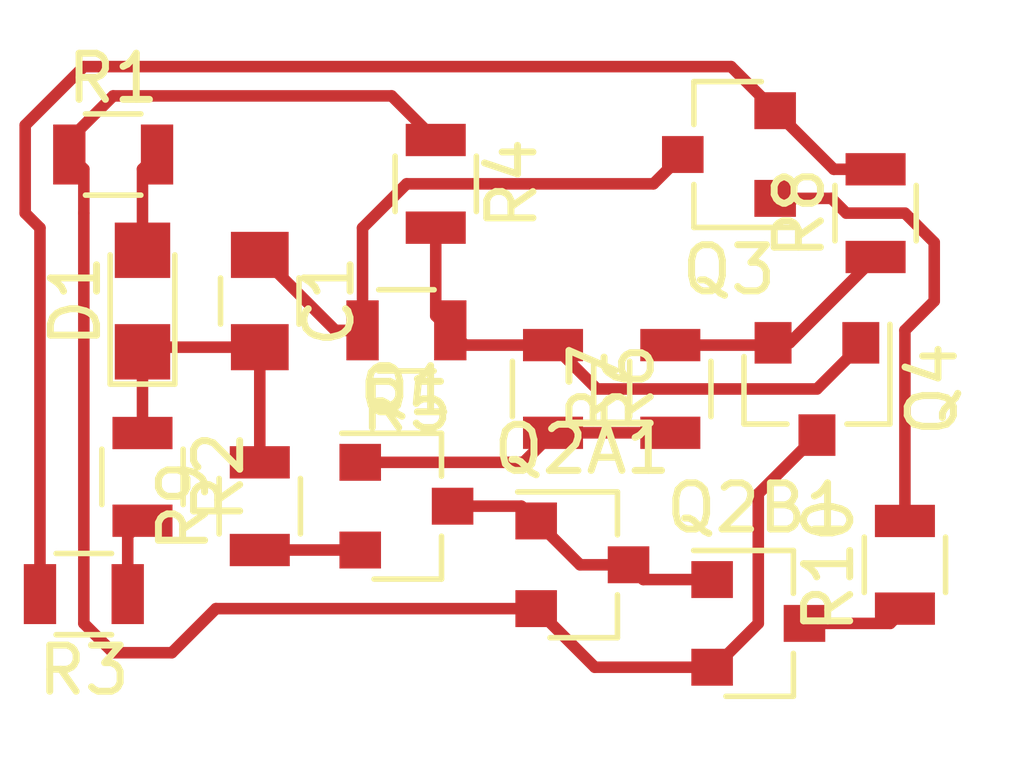
<source format=kicad_pcb>
(kicad_pcb (version 4) (host pcbnew 4.0.7)

  (general
    (links 26)
    (no_connects 0)
    (area 119.689999 94.53 147.010002 123.175476)
    (thickness 1.6)
    (drawings 0)
    (tracks 74)
    (zones 0)
    (modules 17)
    (nets 14)
  )

  (page A4)
  (layers
    (0 F.Cu signal)
    (31 B.Cu signal)
    (32 B.Adhes user)
    (33 F.Adhes user)
    (34 B.Paste user)
    (35 F.Paste user)
    (36 B.SilkS user)
    (37 F.SilkS user)
    (38 B.Mask user)
    (39 F.Mask user)
    (40 Dwgs.User user)
    (41 Cmts.User user)
    (42 Eco1.User user)
    (43 Eco2.User user)
    (44 Edge.Cuts user)
    (45 Margin user)
    (46 B.CrtYd user)
    (47 F.CrtYd user)
    (48 B.Fab user)
    (49 F.Fab user)
  )

  (setup
    (last_trace_width 0.25)
    (trace_clearance 0.2)
    (zone_clearance 0.508)
    (zone_45_only no)
    (trace_min 0.2)
    (segment_width 0.2)
    (edge_width 0.15)
    (via_size 0.6)
    (via_drill 0.4)
    (via_min_size 0.4)
    (via_min_drill 0.3)
    (uvia_size 0.3)
    (uvia_drill 0.1)
    (uvias_allowed no)
    (uvia_min_size 0.2)
    (uvia_min_drill 0.1)
    (pcb_text_width 0.3)
    (pcb_text_size 1.5 1.5)
    (mod_edge_width 0.15)
    (mod_text_size 1 1)
    (mod_text_width 0.15)
    (pad_size 1.524 1.524)
    (pad_drill 0.762)
    (pad_to_mask_clearance 0.2)
    (aux_axis_origin 0 0)
    (visible_elements 7FFFFFFF)
    (pcbplotparams
      (layerselection 0x00030_80000001)
      (usegerberextensions false)
      (excludeedgelayer true)
      (linewidth 0.100000)
      (plotframeref false)
      (viasonmask false)
      (mode 1)
      (useauxorigin false)
      (hpglpennumber 1)
      (hpglpenspeed 20)
      (hpglpendiameter 15)
      (hpglpenoverlay 2)
      (psnegative false)
      (psa4output false)
      (plotreference true)
      (plotvalue true)
      (plotinvisibletext false)
      (padsonsilk false)
      (subtractmaskfromsilk false)
      (outputformat 1)
      (mirror false)
      (drillshape 1)
      (scaleselection 1)
      (outputdirectory ""))
  )

  (net 0 "")
  (net 1 "Net-(C1-Pad1)")
  (net 2 "Net-(C1-Pad2)")
  (net 3 "Net-(D1-Pad2)")
  (net 4 "Net-(Q1-Pad2)")
  (net 5 "Net-(Q1-Pad3)")
  (net 6 "Net-(Q1-Pad1)")
  (net 7 "Net-(BT1-Pad1)")
  (net 8 "Net-(Q2B1-Pad3)")
  (net 9 "Net-(BT1-Pad2)")
  (net 10 "Net-(Q4-Pad2)")
  (net 11 "Net-(Q4-Pad1)")
  (net 12 "Net-(R2-Pad2)")
  (net 13 "Net-(Q3-Pad1)")

  (net_class Default "This is the default net class."
    (clearance 0.2)
    (trace_width 0.25)
    (via_dia 0.6)
    (via_drill 0.4)
    (uvia_dia 0.3)
    (uvia_drill 0.1)
    (add_net "Net-(BT1-Pad1)")
    (add_net "Net-(BT1-Pad2)")
    (add_net "Net-(C1-Pad1)")
    (add_net "Net-(C1-Pad2)")
    (add_net "Net-(D1-Pad2)")
    (add_net "Net-(Q1-Pad1)")
    (add_net "Net-(Q1-Pad2)")
    (add_net "Net-(Q1-Pad3)")
    (add_net "Net-(Q2B1-Pad3)")
    (add_net "Net-(Q3-Pad1)")
    (add_net "Net-(Q4-Pad1)")
    (add_net "Net-(Q4-Pad2)")
    (add_net "Net-(R2-Pad2)")
  )

  (module Resistors_SMD:R_0805 (layer F.Cu) (tedit 58E0A804) (tstamp 5A1F1A68)
    (at 123.19 116.205 270)
    (descr "Resistor SMD 0805, reflow soldering, Vishay (see dcrcw.pdf)")
    (tags "resistor 0805")
    (path /5A1F1570)
    (attr smd)
    (fp_text reference R2 (at 0 -1.65 270) (layer F.SilkS)
      (effects (font (size 1 1) (thickness 0.15)))
    )
    (fp_text value 5.6K (at 0 1.75 270) (layer F.Fab)
      (effects (font (size 1 1) (thickness 0.15)))
    )
    (fp_text user %R (at 0 0 270) (layer F.Fab)
      (effects (font (size 0.5 0.5) (thickness 0.075)))
    )
    (fp_line (start -1 0.62) (end -1 -0.62) (layer F.Fab) (width 0.1))
    (fp_line (start 1 0.62) (end -1 0.62) (layer F.Fab) (width 0.1))
    (fp_line (start 1 -0.62) (end 1 0.62) (layer F.Fab) (width 0.1))
    (fp_line (start -1 -0.62) (end 1 -0.62) (layer F.Fab) (width 0.1))
    (fp_line (start 0.6 0.88) (end -0.6 0.88) (layer F.SilkS) (width 0.12))
    (fp_line (start -0.6 -0.88) (end 0.6 -0.88) (layer F.SilkS) (width 0.12))
    (fp_line (start -1.55 -0.9) (end 1.55 -0.9) (layer F.CrtYd) (width 0.05))
    (fp_line (start -1.55 -0.9) (end -1.55 0.9) (layer F.CrtYd) (width 0.05))
    (fp_line (start 1.55 0.9) (end 1.55 -0.9) (layer F.CrtYd) (width 0.05))
    (fp_line (start 1.55 0.9) (end -1.55 0.9) (layer F.CrtYd) (width 0.05))
    (pad 1 smd rect (at -0.95 0 270) (size 0.7 1.3) (layers F.Cu F.Paste F.Mask)
      (net 2 "Net-(C1-Pad2)"))
    (pad 2 smd rect (at 0.95 0 270) (size 0.7 1.3) (layers F.Cu F.Paste F.Mask)
      (net 12 "Net-(R2-Pad2)"))
    (model ${KISYS3DMOD}/Resistors_SMD.3dshapes/R_0805.wrl
      (at (xyz 0 0 0))
      (scale (xyz 1 1 1))
      (rotate (xyz 0 0 0))
    )
  )

  (module Capacitors_SMD:C_0805 (layer F.Cu) (tedit 58AA8463) (tstamp 5A1F1A33)
    (at 125.73 112.395 270)
    (descr "Capacitor SMD 0805, reflow soldering, AVX (see smccp.pdf)")
    (tags "capacitor 0805")
    (path /5A1F165A)
    (attr smd)
    (fp_text reference C1 (at 0 -1.5 270) (layer F.SilkS)
      (effects (font (size 1 1) (thickness 0.15)))
    )
    (fp_text value C (at 0 1.75 270) (layer F.Fab)
      (effects (font (size 1 1) (thickness 0.15)))
    )
    (fp_text user %R (at 0 -1.5 270) (layer F.Fab)
      (effects (font (size 1 1) (thickness 0.15)))
    )
    (fp_line (start -1 0.62) (end -1 -0.62) (layer F.Fab) (width 0.1))
    (fp_line (start 1 0.62) (end -1 0.62) (layer F.Fab) (width 0.1))
    (fp_line (start 1 -0.62) (end 1 0.62) (layer F.Fab) (width 0.1))
    (fp_line (start -1 -0.62) (end 1 -0.62) (layer F.Fab) (width 0.1))
    (fp_line (start 0.5 -0.85) (end -0.5 -0.85) (layer F.SilkS) (width 0.12))
    (fp_line (start -0.5 0.85) (end 0.5 0.85) (layer F.SilkS) (width 0.12))
    (fp_line (start -1.75 -0.88) (end 1.75 -0.88) (layer F.CrtYd) (width 0.05))
    (fp_line (start -1.75 -0.88) (end -1.75 0.87) (layer F.CrtYd) (width 0.05))
    (fp_line (start 1.75 0.87) (end 1.75 -0.88) (layer F.CrtYd) (width 0.05))
    (fp_line (start 1.75 0.87) (end -1.75 0.87) (layer F.CrtYd) (width 0.05))
    (pad 1 smd rect (at -1 0 270) (size 1 1.25) (layers F.Cu F.Paste F.Mask)
      (net 1 "Net-(C1-Pad1)"))
    (pad 2 smd rect (at 1 0 270) (size 1 1.25) (layers F.Cu F.Paste F.Mask)
      (net 2 "Net-(C1-Pad2)"))
    (model Capacitors_SMD.3dshapes/C_0805.wrl
      (at (xyz 0 0 0))
      (scale (xyz 1 1 1))
      (rotate (xyz 0 0 0))
    )
  )

  (module LEDs:LED_0805 (layer F.Cu) (tedit 59959803) (tstamp 5A1F1A39)
    (at 123.19 112.395 90)
    (descr "LED 0805 smd package")
    (tags "LED led 0805 SMD smd SMT smt smdled SMDLED smtled SMTLED")
    (path /5A1F2888)
    (attr smd)
    (fp_text reference D1 (at 0 -1.45 90) (layer F.SilkS)
      (effects (font (size 1 1) (thickness 0.15)))
    )
    (fp_text value LED (at 0 1.55 90) (layer F.Fab)
      (effects (font (size 1 1) (thickness 0.15)))
    )
    (fp_line (start -1.8 -0.7) (end -1.8 0.7) (layer F.SilkS) (width 0.12))
    (fp_line (start -0.4 -0.4) (end -0.4 0.4) (layer F.Fab) (width 0.1))
    (fp_line (start -0.4 0) (end 0.2 -0.4) (layer F.Fab) (width 0.1))
    (fp_line (start 0.2 0.4) (end -0.4 0) (layer F.Fab) (width 0.1))
    (fp_line (start 0.2 -0.4) (end 0.2 0.4) (layer F.Fab) (width 0.1))
    (fp_line (start 1 0.6) (end -1 0.6) (layer F.Fab) (width 0.1))
    (fp_line (start 1 -0.6) (end 1 0.6) (layer F.Fab) (width 0.1))
    (fp_line (start -1 -0.6) (end 1 -0.6) (layer F.Fab) (width 0.1))
    (fp_line (start -1 0.6) (end -1 -0.6) (layer F.Fab) (width 0.1))
    (fp_line (start -1.8 0.7) (end 1 0.7) (layer F.SilkS) (width 0.12))
    (fp_line (start -1.8 -0.7) (end 1 -0.7) (layer F.SilkS) (width 0.12))
    (fp_line (start 1.95 -0.85) (end 1.95 0.85) (layer F.CrtYd) (width 0.05))
    (fp_line (start 1.95 0.85) (end -1.95 0.85) (layer F.CrtYd) (width 0.05))
    (fp_line (start -1.95 0.85) (end -1.95 -0.85) (layer F.CrtYd) (width 0.05))
    (fp_line (start -1.95 -0.85) (end 1.95 -0.85) (layer F.CrtYd) (width 0.05))
    (fp_text user %R (at 0 -1.25 90) (layer F.Fab)
      (effects (font (size 0.4 0.4) (thickness 0.1)))
    )
    (pad 2 smd rect (at 1.1 0 270) (size 1.2 1.2) (layers F.Cu F.Paste F.Mask)
      (net 3 "Net-(D1-Pad2)"))
    (pad 1 smd rect (at -1.1 0 270) (size 1.2 1.2) (layers F.Cu F.Paste F.Mask)
      (net 2 "Net-(C1-Pad2)"))
    (model ${KISYS3DMOD}/LEDs.3dshapes/LED_0805.wrl
      (at (xyz 0 0 0))
      (scale (xyz 1 1 1))
      (rotate (xyz 0 0 180))
    )
  )

  (module Resistors_SMD:R_0805 (layer F.Cu) (tedit 58E0A804) (tstamp 5A1F1A62)
    (at 122.555 109.22)
    (descr "Resistor SMD 0805, reflow soldering, Vishay (see dcrcw.pdf)")
    (tags "resistor 0805")
    (path /5A1F12BF)
    (attr smd)
    (fp_text reference R1 (at 0 -1.65) (layer F.SilkS)
      (effects (font (size 1 1) (thickness 0.15)))
    )
    (fp_text value 12 (at 0 1.75) (layer F.Fab)
      (effects (font (size 1 1) (thickness 0.15)))
    )
    (fp_text user %R (at 0 0) (layer F.Fab)
      (effects (font (size 0.5 0.5) (thickness 0.075)))
    )
    (fp_line (start -1 0.62) (end -1 -0.62) (layer F.Fab) (width 0.1))
    (fp_line (start 1 0.62) (end -1 0.62) (layer F.Fab) (width 0.1))
    (fp_line (start 1 -0.62) (end 1 0.62) (layer F.Fab) (width 0.1))
    (fp_line (start -1 -0.62) (end 1 -0.62) (layer F.Fab) (width 0.1))
    (fp_line (start 0.6 0.88) (end -0.6 0.88) (layer F.SilkS) (width 0.12))
    (fp_line (start -0.6 -0.88) (end 0.6 -0.88) (layer F.SilkS) (width 0.12))
    (fp_line (start -1.55 -0.9) (end 1.55 -0.9) (layer F.CrtYd) (width 0.05))
    (fp_line (start -1.55 -0.9) (end -1.55 0.9) (layer F.CrtYd) (width 0.05))
    (fp_line (start 1.55 0.9) (end 1.55 -0.9) (layer F.CrtYd) (width 0.05))
    (fp_line (start 1.55 0.9) (end -1.55 0.9) (layer F.CrtYd) (width 0.05))
    (pad 1 smd rect (at -0.95 0) (size 0.7 1.3) (layers F.Cu F.Paste F.Mask)
      (net 7 "Net-(BT1-Pad1)"))
    (pad 2 smd rect (at 0.95 0) (size 0.7 1.3) (layers F.Cu F.Paste F.Mask)
      (net 3 "Net-(D1-Pad2)"))
    (model ${KISYS3DMOD}/Resistors_SMD.3dshapes/R_0805.wrl
      (at (xyz 0 0 0))
      (scale (xyz 1 1 1))
      (rotate (xyz 0 0 0))
    )
  )

  (module Resistors_SMD:R_0805 (layer F.Cu) (tedit 58E0A804) (tstamp 5A1F1A6E)
    (at 121.92 118.745 180)
    (descr "Resistor SMD 0805, reflow soldering, Vishay (see dcrcw.pdf)")
    (tags "resistor 0805")
    (path /5A1F150A)
    (attr smd)
    (fp_text reference R3 (at 0 -1.65 180) (layer F.SilkS)
      (effects (font (size 1 1) (thickness 0.15)))
    )
    (fp_text value 3.3K (at 0 1.75 180) (layer F.Fab)
      (effects (font (size 1 1) (thickness 0.15)))
    )
    (fp_text user %R (at 0 0 180) (layer F.Fab)
      (effects (font (size 0.5 0.5) (thickness 0.075)))
    )
    (fp_line (start -1 0.62) (end -1 -0.62) (layer F.Fab) (width 0.1))
    (fp_line (start 1 0.62) (end -1 0.62) (layer F.Fab) (width 0.1))
    (fp_line (start 1 -0.62) (end 1 0.62) (layer F.Fab) (width 0.1))
    (fp_line (start -1 -0.62) (end 1 -0.62) (layer F.Fab) (width 0.1))
    (fp_line (start 0.6 0.88) (end -0.6 0.88) (layer F.SilkS) (width 0.12))
    (fp_line (start -0.6 -0.88) (end 0.6 -0.88) (layer F.SilkS) (width 0.12))
    (fp_line (start -1.55 -0.9) (end 1.55 -0.9) (layer F.CrtYd) (width 0.05))
    (fp_line (start -1.55 -0.9) (end -1.55 0.9) (layer F.CrtYd) (width 0.05))
    (fp_line (start 1.55 0.9) (end 1.55 -0.9) (layer F.CrtYd) (width 0.05))
    (fp_line (start 1.55 0.9) (end -1.55 0.9) (layer F.CrtYd) (width 0.05))
    (pad 1 smd rect (at -0.95 0 180) (size 0.7 1.3) (layers F.Cu F.Paste F.Mask)
      (net 12 "Net-(R2-Pad2)"))
    (pad 2 smd rect (at 0.95 0 180) (size 0.7 1.3) (layers F.Cu F.Paste F.Mask)
      (net 9 "Net-(BT1-Pad2)"))
    (model ${KISYS3DMOD}/Resistors_SMD.3dshapes/R_0805.wrl
      (at (xyz 0 0 0))
      (scale (xyz 1 1 1))
      (rotate (xyz 0 0 0))
    )
  )

  (module Resistors_SMD:R_0805 (layer F.Cu) (tedit 58E0A804) (tstamp 5A1F1A74)
    (at 129.54 109.855 270)
    (descr "Resistor SMD 0805, reflow soldering, Vishay (see dcrcw.pdf)")
    (tags "resistor 0805")
    (path /5A1F1353)
    (attr smd)
    (fp_text reference R4 (at 0 -1.65 270) (layer F.SilkS)
      (effects (font (size 1 1) (thickness 0.15)))
    )
    (fp_text value 410 (at 0 1.75 270) (layer F.Fab)
      (effects (font (size 1 1) (thickness 0.15)))
    )
    (fp_text user %R (at 0 0 270) (layer F.Fab)
      (effects (font (size 0.5 0.5) (thickness 0.075)))
    )
    (fp_line (start -1 0.62) (end -1 -0.62) (layer F.Fab) (width 0.1))
    (fp_line (start 1 0.62) (end -1 0.62) (layer F.Fab) (width 0.1))
    (fp_line (start 1 -0.62) (end 1 0.62) (layer F.Fab) (width 0.1))
    (fp_line (start -1 -0.62) (end 1 -0.62) (layer F.Fab) (width 0.1))
    (fp_line (start 0.6 0.88) (end -0.6 0.88) (layer F.SilkS) (width 0.12))
    (fp_line (start -0.6 -0.88) (end 0.6 -0.88) (layer F.SilkS) (width 0.12))
    (fp_line (start -1.55 -0.9) (end 1.55 -0.9) (layer F.CrtYd) (width 0.05))
    (fp_line (start -1.55 -0.9) (end -1.55 0.9) (layer F.CrtYd) (width 0.05))
    (fp_line (start 1.55 0.9) (end 1.55 -0.9) (layer F.CrtYd) (width 0.05))
    (fp_line (start 1.55 0.9) (end -1.55 0.9) (layer F.CrtYd) (width 0.05))
    (pad 1 smd rect (at -0.95 0 270) (size 0.7 1.3) (layers F.Cu F.Paste F.Mask)
      (net 7 "Net-(BT1-Pad1)"))
    (pad 2 smd rect (at 0.95 0 270) (size 0.7 1.3) (layers F.Cu F.Paste F.Mask)
      (net 11 "Net-(Q4-Pad1)"))
    (model ${KISYS3DMOD}/Resistors_SMD.3dshapes/R_0805.wrl
      (at (xyz 0 0 0))
      (scale (xyz 1 1 1))
      (rotate (xyz 0 0 0))
    )
  )

  (module Resistors_SMD:R_0805 (layer F.Cu) (tedit 58E0A804) (tstamp 5A1F1A7A)
    (at 128.905 113.03 180)
    (descr "Resistor SMD 0805, reflow soldering, Vishay (see dcrcw.pdf)")
    (tags "resistor 0805")
    (path /5A1F13B4)
    (attr smd)
    (fp_text reference R5 (at 0 -1.65 180) (layer F.SilkS)
      (effects (font (size 1 1) (thickness 0.15)))
    )
    (fp_text value 410 (at 0 1.75 180) (layer F.Fab)
      (effects (font (size 1 1) (thickness 0.15)))
    )
    (fp_text user %R (at 0 0 180) (layer F.Fab)
      (effects (font (size 0.5 0.5) (thickness 0.075)))
    )
    (fp_line (start -1 0.62) (end -1 -0.62) (layer F.Fab) (width 0.1))
    (fp_line (start 1 0.62) (end -1 0.62) (layer F.Fab) (width 0.1))
    (fp_line (start 1 -0.62) (end 1 0.62) (layer F.Fab) (width 0.1))
    (fp_line (start -1 -0.62) (end 1 -0.62) (layer F.Fab) (width 0.1))
    (fp_line (start 0.6 0.88) (end -0.6 0.88) (layer F.SilkS) (width 0.12))
    (fp_line (start -0.6 -0.88) (end 0.6 -0.88) (layer F.SilkS) (width 0.12))
    (fp_line (start -1.55 -0.9) (end 1.55 -0.9) (layer F.CrtYd) (width 0.05))
    (fp_line (start -1.55 -0.9) (end -1.55 0.9) (layer F.CrtYd) (width 0.05))
    (fp_line (start 1.55 0.9) (end 1.55 -0.9) (layer F.CrtYd) (width 0.05))
    (fp_line (start 1.55 0.9) (end -1.55 0.9) (layer F.CrtYd) (width 0.05))
    (pad 1 smd rect (at -0.95 0 180) (size 0.7 1.3) (layers F.Cu F.Paste F.Mask)
      (net 11 "Net-(Q4-Pad1)"))
    (pad 2 smd rect (at 0.95 0 180) (size 0.7 1.3) (layers F.Cu F.Paste F.Mask)
      (net 1 "Net-(C1-Pad1)"))
    (model ${KISYS3DMOD}/Resistors_SMD.3dshapes/R_0805.wrl
      (at (xyz 0 0 0))
      (scale (xyz 1 1 1))
      (rotate (xyz 0 0 0))
    )
  )

  (module Resistors_SMD:R_0805 (layer F.Cu) (tedit 58E0A804) (tstamp 5A1F1A80)
    (at 132.08 114.3 270)
    (descr "Resistor SMD 0805, reflow soldering, Vishay (see dcrcw.pdf)")
    (tags "resistor 0805")
    (path /5A1F2593)
    (attr smd)
    (fp_text reference R6 (at 0 -1.65 270) (layer F.SilkS)
      (effects (font (size 1 1) (thickness 0.15)))
    )
    (fp_text value 22K (at 0 1.75 270) (layer F.Fab)
      (effects (font (size 1 1) (thickness 0.15)))
    )
    (fp_text user %R (at 0 0 270) (layer F.Fab)
      (effects (font (size 0.5 0.5) (thickness 0.075)))
    )
    (fp_line (start -1 0.62) (end -1 -0.62) (layer F.Fab) (width 0.1))
    (fp_line (start 1 0.62) (end -1 0.62) (layer F.Fab) (width 0.1))
    (fp_line (start 1 -0.62) (end 1 0.62) (layer F.Fab) (width 0.1))
    (fp_line (start -1 -0.62) (end 1 -0.62) (layer F.Fab) (width 0.1))
    (fp_line (start 0.6 0.88) (end -0.6 0.88) (layer F.SilkS) (width 0.12))
    (fp_line (start -0.6 -0.88) (end 0.6 -0.88) (layer F.SilkS) (width 0.12))
    (fp_line (start -1.55 -0.9) (end 1.55 -0.9) (layer F.CrtYd) (width 0.05))
    (fp_line (start -1.55 -0.9) (end -1.55 0.9) (layer F.CrtYd) (width 0.05))
    (fp_line (start 1.55 0.9) (end 1.55 -0.9) (layer F.CrtYd) (width 0.05))
    (fp_line (start 1.55 0.9) (end -1.55 0.9) (layer F.CrtYd) (width 0.05))
    (pad 1 smd rect (at -0.95 0 270) (size 0.7 1.3) (layers F.Cu F.Paste F.Mask)
      (net 11 "Net-(Q4-Pad1)"))
    (pad 2 smd rect (at 0.95 0 270) (size 0.7 1.3) (layers F.Cu F.Paste F.Mask)
      (net 6 "Net-(Q1-Pad1)"))
    (model ${KISYS3DMOD}/Resistors_SMD.3dshapes/R_0805.wrl
      (at (xyz 0 0 0))
      (scale (xyz 1 1 1))
      (rotate (xyz 0 0 0))
    )
  )

  (module Resistors_SMD:R_0805 (layer F.Cu) (tedit 58E0A804) (tstamp 5A1F1A86)
    (at 134.62 114.3 90)
    (descr "Resistor SMD 0805, reflow soldering, Vishay (see dcrcw.pdf)")
    (tags "resistor 0805")
    (path /5A1F25EB)
    (attr smd)
    (fp_text reference R7 (at 0 -1.65 90) (layer F.SilkS)
      (effects (font (size 1 1) (thickness 0.15)))
    )
    (fp_text value 10K (at 0 1.75 90) (layer F.Fab)
      (effects (font (size 1 1) (thickness 0.15)))
    )
    (fp_text user %R (at 0 0 90) (layer F.Fab)
      (effects (font (size 0.5 0.5) (thickness 0.075)))
    )
    (fp_line (start -1 0.62) (end -1 -0.62) (layer F.Fab) (width 0.1))
    (fp_line (start 1 0.62) (end -1 0.62) (layer F.Fab) (width 0.1))
    (fp_line (start 1 -0.62) (end 1 0.62) (layer F.Fab) (width 0.1))
    (fp_line (start -1 -0.62) (end 1 -0.62) (layer F.Fab) (width 0.1))
    (fp_line (start 0.6 0.88) (end -0.6 0.88) (layer F.SilkS) (width 0.12))
    (fp_line (start -0.6 -0.88) (end 0.6 -0.88) (layer F.SilkS) (width 0.12))
    (fp_line (start -1.55 -0.9) (end 1.55 -0.9) (layer F.CrtYd) (width 0.05))
    (fp_line (start -1.55 -0.9) (end -1.55 0.9) (layer F.CrtYd) (width 0.05))
    (fp_line (start 1.55 0.9) (end 1.55 -0.9) (layer F.CrtYd) (width 0.05))
    (fp_line (start 1.55 0.9) (end -1.55 0.9) (layer F.CrtYd) (width 0.05))
    (pad 1 smd rect (at -0.95 0 90) (size 0.7 1.3) (layers F.Cu F.Paste F.Mask)
      (net 6 "Net-(Q1-Pad1)"))
    (pad 2 smd rect (at 0.95 0 90) (size 0.7 1.3) (layers F.Cu F.Paste F.Mask)
      (net 10 "Net-(Q4-Pad2)"))
    (model ${KISYS3DMOD}/Resistors_SMD.3dshapes/R_0805.wrl
      (at (xyz 0 0 0))
      (scale (xyz 1 1 1))
      (rotate (xyz 0 0 0))
    )
  )

  (module Resistors_SMD:R_0805 (layer F.Cu) (tedit 58E0A804) (tstamp 5A1F1A8C)
    (at 139.065 110.49 90)
    (descr "Resistor SMD 0805, reflow soldering, Vishay (see dcrcw.pdf)")
    (tags "resistor 0805")
    (path /5A1F14BB)
    (attr smd)
    (fp_text reference R8 (at 0 -1.65 90) (layer F.SilkS)
      (effects (font (size 1 1) (thickness 0.15)))
    )
    (fp_text value 22K (at 0 1.75 90) (layer F.Fab)
      (effects (font (size 1 1) (thickness 0.15)))
    )
    (fp_text user %R (at 0 0 90) (layer F.Fab)
      (effects (font (size 0.5 0.5) (thickness 0.075)))
    )
    (fp_line (start -1 0.62) (end -1 -0.62) (layer F.Fab) (width 0.1))
    (fp_line (start 1 0.62) (end -1 0.62) (layer F.Fab) (width 0.1))
    (fp_line (start 1 -0.62) (end 1 0.62) (layer F.Fab) (width 0.1))
    (fp_line (start -1 -0.62) (end 1 -0.62) (layer F.Fab) (width 0.1))
    (fp_line (start 0.6 0.88) (end -0.6 0.88) (layer F.SilkS) (width 0.12))
    (fp_line (start -0.6 -0.88) (end 0.6 -0.88) (layer F.SilkS) (width 0.12))
    (fp_line (start -1.55 -0.9) (end 1.55 -0.9) (layer F.CrtYd) (width 0.05))
    (fp_line (start -1.55 -0.9) (end -1.55 0.9) (layer F.CrtYd) (width 0.05))
    (fp_line (start 1.55 0.9) (end 1.55 -0.9) (layer F.CrtYd) (width 0.05))
    (fp_line (start 1.55 0.9) (end -1.55 0.9) (layer F.CrtYd) (width 0.05))
    (pad 1 smd rect (at -0.95 0 90) (size 0.7 1.3) (layers F.Cu F.Paste F.Mask)
      (net 10 "Net-(Q4-Pad2)"))
    (pad 2 smd rect (at 0.95 0 90) (size 0.7 1.3) (layers F.Cu F.Paste F.Mask)
      (net 9 "Net-(BT1-Pad2)"))
    (model ${KISYS3DMOD}/Resistors_SMD.3dshapes/R_0805.wrl
      (at (xyz 0 0 0))
      (scale (xyz 1 1 1))
      (rotate (xyz 0 0 0))
    )
  )

  (module Resistors_SMD:R_0805 (layer F.Cu) (tedit 58E0A804) (tstamp 5A1F1A92)
    (at 125.73 116.84 90)
    (descr "Resistor SMD 0805, reflow soldering, Vishay (see dcrcw.pdf)")
    (tags "resistor 0805")
    (path /5A1F13F7)
    (attr smd)
    (fp_text reference R9 (at 0 -1.65 90) (layer F.SilkS)
      (effects (font (size 1 1) (thickness 0.15)))
    )
    (fp_text value 100 (at 0 1.75 90) (layer F.Fab)
      (effects (font (size 1 1) (thickness 0.15)))
    )
    (fp_text user %R (at 0 0 90) (layer F.Fab)
      (effects (font (size 0.5 0.5) (thickness 0.075)))
    )
    (fp_line (start -1 0.62) (end -1 -0.62) (layer F.Fab) (width 0.1))
    (fp_line (start 1 0.62) (end -1 0.62) (layer F.Fab) (width 0.1))
    (fp_line (start 1 -0.62) (end 1 0.62) (layer F.Fab) (width 0.1))
    (fp_line (start -1 -0.62) (end 1 -0.62) (layer F.Fab) (width 0.1))
    (fp_line (start 0.6 0.88) (end -0.6 0.88) (layer F.SilkS) (width 0.12))
    (fp_line (start -0.6 -0.88) (end 0.6 -0.88) (layer F.SilkS) (width 0.12))
    (fp_line (start -1.55 -0.9) (end 1.55 -0.9) (layer F.CrtYd) (width 0.05))
    (fp_line (start -1.55 -0.9) (end -1.55 0.9) (layer F.CrtYd) (width 0.05))
    (fp_line (start 1.55 0.9) (end 1.55 -0.9) (layer F.CrtYd) (width 0.05))
    (fp_line (start 1.55 0.9) (end -1.55 0.9) (layer F.CrtYd) (width 0.05))
    (pad 1 smd rect (at -0.95 0 90) (size 0.7 1.3) (layers F.Cu F.Paste F.Mask)
      (net 4 "Net-(Q1-Pad2)"))
    (pad 2 smd rect (at 0.95 0 90) (size 0.7 1.3) (layers F.Cu F.Paste F.Mask)
      (net 2 "Net-(C1-Pad2)"))
    (model ${KISYS3DMOD}/Resistors_SMD.3dshapes/R_0805.wrl
      (at (xyz 0 0 0))
      (scale (xyz 1 1 1))
      (rotate (xyz 0 0 0))
    )
  )

  (module TO_SOT_Packages_SMD:SOT-23 (layer F.Cu) (tedit 58CE4E7E) (tstamp 5A204EE0)
    (at 128.905 116.84)
    (descr "SOT-23, Standard")
    (tags SOT-23)
    (path /5A2054C7)
    (attr smd)
    (fp_text reference Q1 (at 0 -2.5) (layer F.SilkS)
      (effects (font (size 1 1) (thickness 0.15)))
    )
    (fp_text value BC847 (at 0 2.5) (layer F.Fab)
      (effects (font (size 1 1) (thickness 0.15)))
    )
    (fp_text user %R (at 0 0 90) (layer F.Fab)
      (effects (font (size 0.5 0.5) (thickness 0.075)))
    )
    (fp_line (start -0.7 -0.95) (end -0.7 1.5) (layer F.Fab) (width 0.1))
    (fp_line (start -0.15 -1.52) (end 0.7 -1.52) (layer F.Fab) (width 0.1))
    (fp_line (start -0.7 -0.95) (end -0.15 -1.52) (layer F.Fab) (width 0.1))
    (fp_line (start 0.7 -1.52) (end 0.7 1.52) (layer F.Fab) (width 0.1))
    (fp_line (start -0.7 1.52) (end 0.7 1.52) (layer F.Fab) (width 0.1))
    (fp_line (start 0.76 1.58) (end 0.76 0.65) (layer F.SilkS) (width 0.12))
    (fp_line (start 0.76 -1.58) (end 0.76 -0.65) (layer F.SilkS) (width 0.12))
    (fp_line (start -1.7 -1.75) (end 1.7 -1.75) (layer F.CrtYd) (width 0.05))
    (fp_line (start 1.7 -1.75) (end 1.7 1.75) (layer F.CrtYd) (width 0.05))
    (fp_line (start 1.7 1.75) (end -1.7 1.75) (layer F.CrtYd) (width 0.05))
    (fp_line (start -1.7 1.75) (end -1.7 -1.75) (layer F.CrtYd) (width 0.05))
    (fp_line (start 0.76 -1.58) (end -1.4 -1.58) (layer F.SilkS) (width 0.12))
    (fp_line (start 0.76 1.58) (end -0.7 1.58) (layer F.SilkS) (width 0.12))
    (pad 1 smd rect (at -1 -0.95) (size 0.9 0.8) (layers F.Cu F.Paste F.Mask)
      (net 6 "Net-(Q1-Pad1)"))
    (pad 2 smd rect (at -1 0.95) (size 0.9 0.8) (layers F.Cu F.Paste F.Mask)
      (net 4 "Net-(Q1-Pad2)"))
    (pad 3 smd rect (at 1 0) (size 0.9 0.8) (layers F.Cu F.Paste F.Mask)
      (net 5 "Net-(Q1-Pad3)"))
    (model ${KISYS3DMOD}/TO_SOT_Packages_SMD.3dshapes/SOT-23.wrl
      (at (xyz 0 0 0))
      (scale (xyz 1 1 1))
      (rotate (xyz 0 0 0))
    )
  )

  (module TO_SOT_Packages_SMD:SOT-23 (layer F.Cu) (tedit 58CE4E7E) (tstamp 5A204EF5)
    (at 132.715 118.11)
    (descr "SOT-23, Standard")
    (tags SOT-23)
    (path /5A205D5E)
    (attr smd)
    (fp_text reference Q2A1 (at 0 -2.5) (layer F.SilkS)
      (effects (font (size 1 1) (thickness 0.15)))
    )
    (fp_text value BC807 (at 0 2.5) (layer F.Fab)
      (effects (font (size 1 1) (thickness 0.15)))
    )
    (fp_text user %R (at 0 0 90) (layer F.Fab)
      (effects (font (size 0.5 0.5) (thickness 0.075)))
    )
    (fp_line (start -0.7 -0.95) (end -0.7 1.5) (layer F.Fab) (width 0.1))
    (fp_line (start -0.15 -1.52) (end 0.7 -1.52) (layer F.Fab) (width 0.1))
    (fp_line (start -0.7 -0.95) (end -0.15 -1.52) (layer F.Fab) (width 0.1))
    (fp_line (start 0.7 -1.52) (end 0.7 1.52) (layer F.Fab) (width 0.1))
    (fp_line (start -0.7 1.52) (end 0.7 1.52) (layer F.Fab) (width 0.1))
    (fp_line (start 0.76 1.58) (end 0.76 0.65) (layer F.SilkS) (width 0.12))
    (fp_line (start 0.76 -1.58) (end 0.76 -0.65) (layer F.SilkS) (width 0.12))
    (fp_line (start -1.7 -1.75) (end 1.7 -1.75) (layer F.CrtYd) (width 0.05))
    (fp_line (start 1.7 -1.75) (end 1.7 1.75) (layer F.CrtYd) (width 0.05))
    (fp_line (start 1.7 1.75) (end -1.7 1.75) (layer F.CrtYd) (width 0.05))
    (fp_line (start -1.7 1.75) (end -1.7 -1.75) (layer F.CrtYd) (width 0.05))
    (fp_line (start 0.76 -1.58) (end -1.4 -1.58) (layer F.SilkS) (width 0.12))
    (fp_line (start 0.76 1.58) (end -0.7 1.58) (layer F.SilkS) (width 0.12))
    (pad 1 smd rect (at -1 -0.95) (size 0.9 0.8) (layers F.Cu F.Paste F.Mask)
      (net 5 "Net-(Q1-Pad3)"))
    (pad 2 smd rect (at -1 0.95) (size 0.9 0.8) (layers F.Cu F.Paste F.Mask)
      (net 7 "Net-(BT1-Pad1)"))
    (pad 3 smd rect (at 1 0) (size 0.9 0.8) (layers F.Cu F.Paste F.Mask)
      (net 5 "Net-(Q1-Pad3)"))
    (model ${KISYS3DMOD}/TO_SOT_Packages_SMD.3dshapes/SOT-23.wrl
      (at (xyz 0 0 0))
      (scale (xyz 1 1 1))
      (rotate (xyz 0 0 0))
    )
  )

  (module TO_SOT_Packages_SMD:SOT-23 (layer F.Cu) (tedit 58CE4E7E) (tstamp 5A204F0A)
    (at 136.525 119.38)
    (descr "SOT-23, Standard")
    (tags SOT-23)
    (path /5A205CDD)
    (attr smd)
    (fp_text reference Q2B1 (at 0 -2.5) (layer F.SilkS)
      (effects (font (size 1 1) (thickness 0.15)))
    )
    (fp_text value BC807 (at 0 2.5) (layer F.Fab)
      (effects (font (size 1 1) (thickness 0.15)))
    )
    (fp_text user %R (at 0 0 90) (layer F.Fab)
      (effects (font (size 0.5 0.5) (thickness 0.075)))
    )
    (fp_line (start -0.7 -0.95) (end -0.7 1.5) (layer F.Fab) (width 0.1))
    (fp_line (start -0.15 -1.52) (end 0.7 -1.52) (layer F.Fab) (width 0.1))
    (fp_line (start -0.7 -0.95) (end -0.15 -1.52) (layer F.Fab) (width 0.1))
    (fp_line (start 0.7 -1.52) (end 0.7 1.52) (layer F.Fab) (width 0.1))
    (fp_line (start -0.7 1.52) (end 0.7 1.52) (layer F.Fab) (width 0.1))
    (fp_line (start 0.76 1.58) (end 0.76 0.65) (layer F.SilkS) (width 0.12))
    (fp_line (start 0.76 -1.58) (end 0.76 -0.65) (layer F.SilkS) (width 0.12))
    (fp_line (start -1.7 -1.75) (end 1.7 -1.75) (layer F.CrtYd) (width 0.05))
    (fp_line (start 1.7 -1.75) (end 1.7 1.75) (layer F.CrtYd) (width 0.05))
    (fp_line (start 1.7 1.75) (end -1.7 1.75) (layer F.CrtYd) (width 0.05))
    (fp_line (start -1.7 1.75) (end -1.7 -1.75) (layer F.CrtYd) (width 0.05))
    (fp_line (start 0.76 -1.58) (end -1.4 -1.58) (layer F.SilkS) (width 0.12))
    (fp_line (start 0.76 1.58) (end -0.7 1.58) (layer F.SilkS) (width 0.12))
    (pad 1 smd rect (at -1 -0.95) (size 0.9 0.8) (layers F.Cu F.Paste F.Mask)
      (net 5 "Net-(Q1-Pad3)"))
    (pad 2 smd rect (at -1 0.95) (size 0.9 0.8) (layers F.Cu F.Paste F.Mask)
      (net 7 "Net-(BT1-Pad1)"))
    (pad 3 smd rect (at 1 0) (size 0.9 0.8) (layers F.Cu F.Paste F.Mask)
      (net 8 "Net-(Q2B1-Pad3)"))
    (model ${KISYS3DMOD}/TO_SOT_Packages_SMD.3dshapes/SOT-23.wrl
      (at (xyz 0 0 0))
      (scale (xyz 1 1 1))
      (rotate (xyz 0 0 0))
    )
  )

  (module TO_SOT_Packages_SMD:SOT-23 (layer F.Cu) (tedit 58CE4E7E) (tstamp 5A204F1F)
    (at 135.89 109.22 180)
    (descr "SOT-23, Standard")
    (tags SOT-23)
    (path /5A205527)
    (attr smd)
    (fp_text reference Q3 (at 0 -2.5 180) (layer F.SilkS)
      (effects (font (size 1 1) (thickness 0.15)))
    )
    (fp_text value BC847 (at 0 2.5 180) (layer F.Fab)
      (effects (font (size 1 1) (thickness 0.15)))
    )
    (fp_text user %R (at 0 0 270) (layer F.Fab)
      (effects (font (size 0.5 0.5) (thickness 0.075)))
    )
    (fp_line (start -0.7 -0.95) (end -0.7 1.5) (layer F.Fab) (width 0.1))
    (fp_line (start -0.15 -1.52) (end 0.7 -1.52) (layer F.Fab) (width 0.1))
    (fp_line (start -0.7 -0.95) (end -0.15 -1.52) (layer F.Fab) (width 0.1))
    (fp_line (start 0.7 -1.52) (end 0.7 1.52) (layer F.Fab) (width 0.1))
    (fp_line (start -0.7 1.52) (end 0.7 1.52) (layer F.Fab) (width 0.1))
    (fp_line (start 0.76 1.58) (end 0.76 0.65) (layer F.SilkS) (width 0.12))
    (fp_line (start 0.76 -1.58) (end 0.76 -0.65) (layer F.SilkS) (width 0.12))
    (fp_line (start -1.7 -1.75) (end 1.7 -1.75) (layer F.CrtYd) (width 0.05))
    (fp_line (start 1.7 -1.75) (end 1.7 1.75) (layer F.CrtYd) (width 0.05))
    (fp_line (start 1.7 1.75) (end -1.7 1.75) (layer F.CrtYd) (width 0.05))
    (fp_line (start -1.7 1.75) (end -1.7 -1.75) (layer F.CrtYd) (width 0.05))
    (fp_line (start 0.76 -1.58) (end -1.4 -1.58) (layer F.SilkS) (width 0.12))
    (fp_line (start 0.76 1.58) (end -0.7 1.58) (layer F.SilkS) (width 0.12))
    (pad 1 smd rect (at -1 -0.95 180) (size 0.9 0.8) (layers F.Cu F.Paste F.Mask)
      (net 13 "Net-(Q3-Pad1)"))
    (pad 2 smd rect (at -1 0.95 180) (size 0.9 0.8) (layers F.Cu F.Paste F.Mask)
      (net 9 "Net-(BT1-Pad2)"))
    (pad 3 smd rect (at 1 0 180) (size 0.9 0.8) (layers F.Cu F.Paste F.Mask)
      (net 1 "Net-(C1-Pad1)"))
    (model ${KISYS3DMOD}/TO_SOT_Packages_SMD.3dshapes/SOT-23.wrl
      (at (xyz 0 0 0))
      (scale (xyz 1 1 1))
      (rotate (xyz 0 0 0))
    )
  )

  (module TO_SOT_Packages_SMD:SOT-23 (layer F.Cu) (tedit 58CE4E7E) (tstamp 5A204F34)
    (at 137.795 114.3 270)
    (descr "SOT-23, Standard")
    (tags SOT-23)
    (path /5A204D01)
    (attr smd)
    (fp_text reference Q4 (at 0 -2.5 270) (layer F.SilkS)
      (effects (font (size 1 1) (thickness 0.15)))
    )
    (fp_text value BC847 (at 0 2.5 270) (layer F.Fab)
      (effects (font (size 1 1) (thickness 0.15)))
    )
    (fp_text user %R (at 0 0 360) (layer F.Fab)
      (effects (font (size 0.5 0.5) (thickness 0.075)))
    )
    (fp_line (start -0.7 -0.95) (end -0.7 1.5) (layer F.Fab) (width 0.1))
    (fp_line (start -0.15 -1.52) (end 0.7 -1.52) (layer F.Fab) (width 0.1))
    (fp_line (start -0.7 -0.95) (end -0.15 -1.52) (layer F.Fab) (width 0.1))
    (fp_line (start 0.7 -1.52) (end 0.7 1.52) (layer F.Fab) (width 0.1))
    (fp_line (start -0.7 1.52) (end 0.7 1.52) (layer F.Fab) (width 0.1))
    (fp_line (start 0.76 1.58) (end 0.76 0.65) (layer F.SilkS) (width 0.12))
    (fp_line (start 0.76 -1.58) (end 0.76 -0.65) (layer F.SilkS) (width 0.12))
    (fp_line (start -1.7 -1.75) (end 1.7 -1.75) (layer F.CrtYd) (width 0.05))
    (fp_line (start 1.7 -1.75) (end 1.7 1.75) (layer F.CrtYd) (width 0.05))
    (fp_line (start 1.7 1.75) (end -1.7 1.75) (layer F.CrtYd) (width 0.05))
    (fp_line (start -1.7 1.75) (end -1.7 -1.75) (layer F.CrtYd) (width 0.05))
    (fp_line (start 0.76 -1.58) (end -1.4 -1.58) (layer F.SilkS) (width 0.12))
    (fp_line (start 0.76 1.58) (end -0.7 1.58) (layer F.SilkS) (width 0.12))
    (pad 1 smd rect (at -1 -0.95 270) (size 0.9 0.8) (layers F.Cu F.Paste F.Mask)
      (net 11 "Net-(Q4-Pad1)"))
    (pad 2 smd rect (at -1 0.95 270) (size 0.9 0.8) (layers F.Cu F.Paste F.Mask)
      (net 10 "Net-(Q4-Pad2)"))
    (pad 3 smd rect (at 1 0 270) (size 0.9 0.8) (layers F.Cu F.Paste F.Mask)
      (net 7 "Net-(BT1-Pad1)"))
    (model ${KISYS3DMOD}/TO_SOT_Packages_SMD.3dshapes/SOT-23.wrl
      (at (xyz 0 0 0))
      (scale (xyz 1 1 1))
      (rotate (xyz 0 0 0))
    )
  )

  (module Resistors_SMD:R_0805 (layer F.Cu) (tedit 58E0A804) (tstamp 5A20505E)
    (at 139.7 118.11 90)
    (descr "Resistor SMD 0805, reflow soldering, Vishay (see dcrcw.pdf)")
    (tags "resistor 0805")
    (path /5A206553)
    (attr smd)
    (fp_text reference R10 (at 0 -1.65 90) (layer F.SilkS)
      (effects (font (size 1 1) (thickness 0.15)))
    )
    (fp_text value 0 (at 0 1.75 90) (layer F.Fab)
      (effects (font (size 1 1) (thickness 0.15)))
    )
    (fp_text user %R (at 0 0 90) (layer F.Fab)
      (effects (font (size 0.5 0.5) (thickness 0.075)))
    )
    (fp_line (start -1 0.62) (end -1 -0.62) (layer F.Fab) (width 0.1))
    (fp_line (start 1 0.62) (end -1 0.62) (layer F.Fab) (width 0.1))
    (fp_line (start 1 -0.62) (end 1 0.62) (layer F.Fab) (width 0.1))
    (fp_line (start -1 -0.62) (end 1 -0.62) (layer F.Fab) (width 0.1))
    (fp_line (start 0.6 0.88) (end -0.6 0.88) (layer F.SilkS) (width 0.12))
    (fp_line (start -0.6 -0.88) (end 0.6 -0.88) (layer F.SilkS) (width 0.12))
    (fp_line (start -1.55 -0.9) (end 1.55 -0.9) (layer F.CrtYd) (width 0.05))
    (fp_line (start -1.55 -0.9) (end -1.55 0.9) (layer F.CrtYd) (width 0.05))
    (fp_line (start 1.55 0.9) (end 1.55 -0.9) (layer F.CrtYd) (width 0.05))
    (fp_line (start 1.55 0.9) (end -1.55 0.9) (layer F.CrtYd) (width 0.05))
    (pad 1 smd rect (at -0.95 0 90) (size 0.7 1.3) (layers F.Cu F.Paste F.Mask)
      (net 8 "Net-(Q2B1-Pad3)"))
    (pad 2 smd rect (at 0.95 0 90) (size 0.7 1.3) (layers F.Cu F.Paste F.Mask)
      (net 13 "Net-(Q3-Pad1)"))
    (model ${KISYS3DMOD}/Resistors_SMD.3dshapes/R_0805.wrl
      (at (xyz 0 0 0))
      (scale (xyz 1 1 1))
      (rotate (xyz 0 0 0))
    )
  )

  (segment (start 127.955 113.03) (end 127.955 110.81) (width 0.25) (layer F.Cu) (net 1))
  (segment (start 134.255 109.855) (end 134.89 109.22) (width 0.25) (layer F.Cu) (net 1) (tstamp 5A21764A))
  (segment (start 128.91 109.855) (end 134.255 109.855) (width 0.25) (layer F.Cu) (net 1) (tstamp 5A217649))
  (segment (start 127.955 110.81) (end 128.91 109.855) (width 0.25) (layer F.Cu) (net 1) (tstamp 5A217648))
  (segment (start 127.955 113.03) (end 127.365 113.03) (width 0.25) (layer F.Cu) (net 1))
  (segment (start 127.365 113.03) (end 125.73 111.395) (width 0.25) (layer F.Cu) (net 1) (tstamp 5A217579))
  (segment (start 125.73 113.395) (end 123.29 113.395) (width 0.25) (layer F.Cu) (net 2))
  (segment (start 123.29 113.395) (end 123.19 113.495) (width 0.25) (layer F.Cu) (net 2) (tstamp 5A217521))
  (segment (start 125.73 115.89) (end 125.73 113.395) (width 0.25) (layer F.Cu) (net 2))
  (segment (start 123.19 115.255) (end 123.19 113.495) (width 0.25) (layer F.Cu) (net 2))
  (segment (start 125.63 113.495) (end 125.73 113.395) (width 0.25) (layer F.Cu) (net 2) (tstamp 5A21707E))
  (segment (start 125.73 113.395) (end 125.63 113.395) (width 0.25) (layer F.Cu) (net 2))
  (segment (start 123.19 111.295) (end 123.19 109.535) (width 0.25) (layer F.Cu) (net 3) (status C00000))
  (segment (start 123.19 109.535) (end 123.505 109.22) (width 0.25) (layer F.Cu) (net 3) (tstamp 5A2178EA) (status C00000))
  (segment (start 127.905 117.79) (end 125.73 117.79) (width 0.25) (layer F.Cu) (net 4))
  (segment (start 135.525 118.43) (end 134.035 118.43) (width 0.25) (layer F.Cu) (net 5))
  (segment (start 134.035 118.43) (end 133.715 118.11) (width 0.25) (layer F.Cu) (net 5) (tstamp 5A2170E1))
  (segment (start 129.905 116.84) (end 131.395 116.84) (width 0.25) (layer F.Cu) (net 5))
  (segment (start 131.395 116.84) (end 131.715 117.16) (width 0.25) (layer F.Cu) (net 5) (tstamp 5A2170A7))
  (segment (start 133.715 118.11) (end 132.665 118.11) (width 0.25) (layer F.Cu) (net 5))
  (segment (start 132.665 118.11) (end 131.715 117.16) (width 0.25) (layer F.Cu) (net 5) (tstamp 5A207960))
  (segment (start 133.715 118.11) (end 133.985 118.11) (width 0.25) (layer F.Cu) (net 5))
  (segment (start 134.62 115.25) (end 132.08 115.25) (width 0.25) (layer F.Cu) (net 6))
  (segment (start 127.905 115.89) (end 131.44 115.89) (width 0.25) (layer F.Cu) (net 6))
  (segment (start 131.44 115.89) (end 132.08 115.25) (width 0.25) (layer F.Cu) (net 6) (tstamp 5A217573))
  (segment (start 121.605 109.22) (end 121.605 108.9) (width 0.25) (layer F.Cu) (net 7) (status C00000))
  (segment (start 121.605 108.9) (end 122.555 107.95) (width 0.25) (layer F.Cu) (net 7) (tstamp 5A2178F5) (status 400000))
  (segment (start 128.585 107.95) (end 129.54 108.905) (width 0.25) (layer F.Cu) (net 7) (tstamp 5A2178FB) (status 800000))
  (segment (start 122.555 107.95) (end 128.585 107.95) (width 0.25) (layer F.Cu) (net 7) (tstamp 5A2178F9))
  (segment (start 121.92 109.535) (end 121.92 110.49) (width 0.25) (layer F.Cu) (net 7) (status 400000))
  (segment (start 124.78 119.06) (end 123.825 120.015) (width 0.25) (layer F.Cu) (net 7) (tstamp 5A2178CD))
  (segment (start 123.825 120.015) (end 122.555 120.015) (width 0.25) (layer F.Cu) (net 7) (tstamp 5A2178CE))
  (segment (start 122.555 120.015) (end 121.92 119.38) (width 0.25) (layer F.Cu) (net 7) (tstamp 5A2178CF))
  (segment (start 121.92 119.38) (end 121.92 110.49) (width 0.25) (layer F.Cu) (net 7) (tstamp 5A2178D0))
  (segment (start 124.78 119.06) (end 131.715 119.06) (width 0.25) (layer F.Cu) (net 7))
  (segment (start 121.92 109.535) (end 121.605 109.22) (width 0.25) (layer F.Cu) (net 7) (tstamp 5A2178F1) (status C00000))
  (segment (start 135.525 120.33) (end 135.575 120.33) (width 0.25) (layer F.Cu) (net 7))
  (segment (start 135.575 120.33) (end 136.525 119.38) (width 0.25) (layer F.Cu) (net 7) (tstamp 5A2175AB))
  (segment (start 136.525 116.57) (end 137.795 115.3) (width 0.25) (layer F.Cu) (net 7) (tstamp 5A2175AD))
  (segment (start 136.525 119.38) (end 136.525 116.57) (width 0.25) (layer F.Cu) (net 7) (tstamp 5A2175AC))
  (segment (start 135.525 120.33) (end 132.985 120.33) (width 0.25) (layer F.Cu) (net 7))
  (segment (start 132.985 120.33) (end 131.715 119.06) (width 0.25) (layer F.Cu) (net 7) (tstamp 5A2170DD))
  (segment (start 131.715 119.06) (end 131.715 119.11) (width 0.25) (layer F.Cu) (net 7))
  (segment (start 137.525 119.38) (end 139.38 119.38) (width 0.25) (layer F.Cu) (net 8))
  (segment (start 139.38 119.38) (end 139.7 119.06) (width 0.25) (layer F.Cu) (net 8) (tstamp 5A217673))
  (segment (start 120.97 118.745) (end 120.97 110.81) (width 0.25) (layer F.Cu) (net 9) (status 400000))
  (segment (start 135.935 107.315) (end 136.89 108.27) (width 0.25) (layer F.Cu) (net 9) (tstamp 5A217908) (status 800000))
  (segment (start 121.92 107.315) (end 135.935 107.315) (width 0.25) (layer F.Cu) (net 9) (tstamp 5A217903))
  (segment (start 120.65 108.585) (end 121.92 107.315) (width 0.25) (layer F.Cu) (net 9) (tstamp 5A217901))
  (segment (start 120.65 110.49) (end 120.65 108.585) (width 0.25) (layer F.Cu) (net 9) (tstamp 5A2178FF))
  (segment (start 120.97 110.81) (end 120.65 110.49) (width 0.25) (layer F.Cu) (net 9) (tstamp 5A2178FE))
  (segment (start 139.065 109.54) (end 138.16 109.54) (width 0.25) (layer F.Cu) (net 9))
  (segment (start 138.16 109.54) (end 136.89 108.27) (width 0.25) (layer F.Cu) (net 9) (tstamp 5A21764D))
  (segment (start 136.845 113.3) (end 137.205 113.3) (width 0.25) (layer F.Cu) (net 10))
  (segment (start 137.205 113.3) (end 139.065 111.44) (width 0.25) (layer F.Cu) (net 10) (tstamp 5A217627))
  (segment (start 134.62 113.35) (end 136.795 113.35) (width 0.25) (layer F.Cu) (net 10))
  (segment (start 136.795 113.35) (end 136.845 113.3) (width 0.25) (layer F.Cu) (net 10) (tstamp 5A2175B6))
  (segment (start 129.54 110.805) (end 129.54 112.715) (width 0.25) (layer F.Cu) (net 11))
  (segment (start 129.54 112.715) (end 129.855 113.03) (width 0.25) (layer F.Cu) (net 11) (tstamp 5A21762B))
  (segment (start 138.745 113.3) (end 138.745 113.35) (width 0.25) (layer F.Cu) (net 11))
  (segment (start 138.745 113.35) (end 137.795 114.3) (width 0.25) (layer F.Cu) (net 11) (tstamp 5A2175B1))
  (segment (start 137.795 114.3) (end 133.03 114.3) (width 0.25) (layer F.Cu) (net 11) (tstamp 5A2175B2))
  (segment (start 133.03 114.3) (end 132.08 113.35) (width 0.25) (layer F.Cu) (net 11) (tstamp 5A2175B3))
  (segment (start 132.08 113.35) (end 130.175 113.35) (width 0.25) (layer F.Cu) (net 11))
  (segment (start 130.175 113.35) (end 129.855 113.03) (width 0.25) (layer F.Cu) (net 11) (tstamp 5A217576))
  (segment (start 122.87 118.745) (end 122.87 117.475) (width 0.25) (layer F.Cu) (net 12))
  (segment (start 122.87 117.475) (end 123.19 117.155) (width 0.25) (layer F.Cu) (net 12) (tstamp 5A2178C9))
  (segment (start 136.89 110.17) (end 138.11 110.17) (width 0.25) (layer F.Cu) (net 13))
  (segment (start 139.7 113.03) (end 139.7 117.16) (width 0.25) (layer F.Cu) (net 13) (tstamp 5A217685))
  (segment (start 140.335 112.395) (end 139.7 113.03) (width 0.25) (layer F.Cu) (net 13) (tstamp 5A217684))
  (segment (start 140.335 111.125) (end 140.335 112.395) (width 0.25) (layer F.Cu) (net 13) (tstamp 5A217683))
  (segment (start 139.7 110.49) (end 140.335 111.125) (width 0.25) (layer F.Cu) (net 13) (tstamp 5A217682))
  (segment (start 138.43 110.49) (end 139.7 110.49) (width 0.25) (layer F.Cu) (net 13) (tstamp 5A217681))
  (segment (start 138.11 110.17) (end 138.43 110.49) (width 0.25) (layer F.Cu) (net 13) (tstamp 5A217680))

)

</source>
